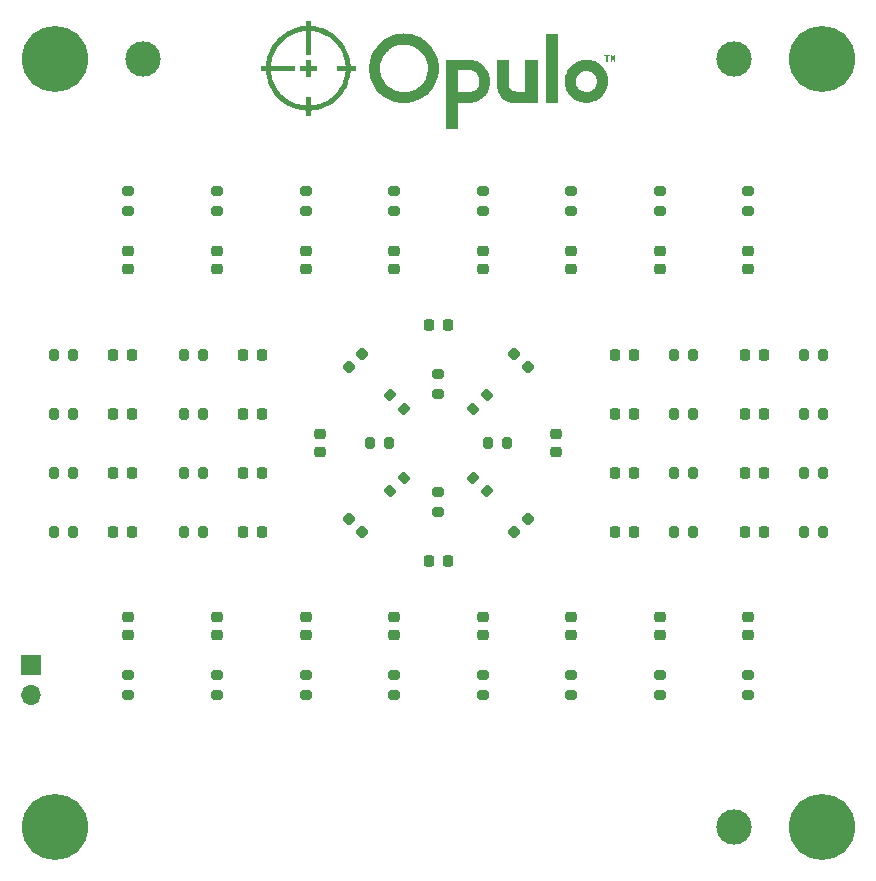
<source format=gbr>
%TF.GenerationSoftware,KiCad,Pcbnew,9.0.1*%
%TF.CreationDate,2025-07-10T12:35:04-04:00*%
%TF.ProjectId,ftp,6674702e-6b69-4636-9164-5f7063625858,rev?*%
%TF.SameCoordinates,Original*%
%TF.FileFunction,Soldermask,Top*%
%TF.FilePolarity,Negative*%
%FSLAX46Y46*%
G04 Gerber Fmt 4.6, Leading zero omitted, Abs format (unit mm)*
G04 Created by KiCad (PCBNEW 9.0.1) date 2025-07-10 12:35:04*
%MOMM*%
%LPD*%
G01*
G04 APERTURE LIST*
G04 Aperture macros list*
%AMRoundRect*
0 Rectangle with rounded corners*
0 $1 Rounding radius*
0 $2 $3 $4 $5 $6 $7 $8 $9 X,Y pos of 4 corners*
0 Add a 4 corners polygon primitive as box body*
4,1,4,$2,$3,$4,$5,$6,$7,$8,$9,$2,$3,0*
0 Add four circle primitives for the rounded corners*
1,1,$1+$1,$2,$3*
1,1,$1+$1,$4,$5*
1,1,$1+$1,$6,$7*
1,1,$1+$1,$8,$9*
0 Add four rect primitives between the rounded corners*
20,1,$1+$1,$2,$3,$4,$5,0*
20,1,$1+$1,$4,$5,$6,$7,0*
20,1,$1+$1,$6,$7,$8,$9,0*
20,1,$1+$1,$8,$9,$2,$3,0*%
G04 Aperture macros list end*
%ADD10C,0.000000*%
%ADD11RoundRect,0.218750X0.256250X-0.218750X0.256250X0.218750X-0.256250X0.218750X-0.256250X-0.218750X0*%
%ADD12RoundRect,0.200000X-0.200000X-0.275000X0.200000X-0.275000X0.200000X0.275000X-0.200000X0.275000X0*%
%ADD13RoundRect,0.200000X0.200000X0.275000X-0.200000X0.275000X-0.200000X-0.275000X0.200000X-0.275000X0*%
%ADD14RoundRect,0.218750X-0.218750X-0.256250X0.218750X-0.256250X0.218750X0.256250X-0.218750X0.256250X0*%
%ADD15RoundRect,0.200000X0.053033X-0.335876X0.335876X-0.053033X-0.053033X0.335876X-0.335876X0.053033X0*%
%ADD16RoundRect,0.218750X-0.335876X-0.026517X-0.026517X-0.335876X0.335876X0.026517X0.026517X0.335876X0*%
%ADD17RoundRect,0.200000X0.275000X-0.200000X0.275000X0.200000X-0.275000X0.200000X-0.275000X-0.200000X0*%
%ADD18RoundRect,0.218750X0.218750X0.256250X-0.218750X0.256250X-0.218750X-0.256250X0.218750X-0.256250X0*%
%ADD19RoundRect,0.218750X0.026517X-0.335876X0.335876X-0.026517X-0.026517X0.335876X-0.335876X0.026517X0*%
%ADD20RoundRect,0.200000X-0.275000X0.200000X-0.275000X-0.200000X0.275000X-0.200000X0.275000X0.200000X0*%
%ADD21C,5.600000*%
%ADD22RoundRect,0.218750X-0.256250X0.218750X-0.256250X-0.218750X0.256250X-0.218750X0.256250X0.218750X0*%
%ADD23RoundRect,0.218750X0.335876X0.026517X0.026517X0.335876X-0.335876X-0.026517X-0.026517X-0.335876X0*%
%ADD24R,1.700000X1.700000*%
%ADD25O,1.700000X1.700000*%
%ADD26RoundRect,0.200000X-0.053033X0.335876X-0.335876X0.053033X0.053033X-0.335876X0.335876X-0.053033X0*%
%ADD27RoundRect,0.200000X-0.335876X-0.053033X-0.053033X-0.335876X0.335876X0.053033X0.053033X0.335876X0*%
%ADD28C,3.000000*%
%ADD29RoundRect,0.200000X0.335876X0.053033X0.053033X0.335876X-0.335876X-0.053033X-0.053033X-0.335876X0*%
%ADD30RoundRect,0.218750X-0.026517X0.335876X-0.335876X0.026517X0.026517X-0.335876X0.335876X-0.026517X0*%
G04 APERTURE END LIST*
D10*
%TO.C,G1*%
G36*
X47614691Y66311280D02*
G01*
X46575236Y66311280D01*
X46575236Y72168205D01*
X47614691Y72168205D01*
X47614691Y66311280D01*
G37*
G36*
X52005719Y70235886D02*
G01*
X51832477Y70235886D01*
X51832477Y69749475D01*
X51725866Y69749475D01*
X51725866Y70235886D01*
X51545960Y70235886D01*
X51545960Y70322508D01*
X52005719Y70322508D01*
X52005719Y70235886D01*
G37*
G36*
X26699003Y69449633D02*
G01*
X27205404Y69449633D01*
X27205404Y69023190D01*
X26699003Y69023190D01*
X26699003Y68523452D01*
X26272561Y68523452D01*
X26272561Y69023190D01*
X25772823Y69023190D01*
X25772823Y69449633D01*
X26272561Y69449633D01*
X26272561Y69956033D01*
X26699003Y69956033D01*
X26699003Y69449633D01*
G37*
G36*
X52234853Y70219229D02*
G01*
X52243725Y70184286D01*
X52251800Y70154401D01*
X52258449Y70131747D01*
X52263047Y70118499D01*
X52264620Y70115960D01*
X52267782Y70122033D01*
X52273760Y70138814D01*
X52281860Y70164156D01*
X52291385Y70195912D01*
X52298086Y70219239D01*
X52327258Y70322508D01*
X52465478Y70322508D01*
X52465478Y69756138D01*
X52364414Y69756138D01*
X52366638Y69972365D01*
X52367060Y70024266D01*
X52367230Y70071413D01*
X52367157Y70112284D01*
X52366854Y70145359D01*
X52366333Y70169117D01*
X52365604Y70182037D01*
X52365039Y70183921D01*
X52361989Y70176333D01*
X52355821Y70158063D01*
X52347209Y70131203D01*
X52336822Y70097848D01*
X52325600Y70060978D01*
X52289984Y69942707D01*
X52239494Y69942707D01*
X52226237Y69987683D01*
X52218446Y70014705D01*
X52208835Y70048878D01*
X52199011Y70084472D01*
X52194984Y70099292D01*
X52187080Y70127526D01*
X52180024Y70150876D01*
X52174741Y70166377D01*
X52172588Y70170977D01*
X52171602Y70165846D01*
X52170873Y70148930D01*
X52170412Y70121765D01*
X52170230Y70085892D01*
X52170337Y70042847D01*
X52170746Y69994169D01*
X52171097Y69966084D01*
X52174005Y69756138D01*
X52072351Y69756138D01*
X52072351Y70322508D01*
X52209381Y70322508D01*
X52234853Y70219229D01*
G37*
G36*
X43483565Y68891592D02*
G01*
X43483571Y68748019D01*
X43483590Y68617125D01*
X43483638Y68498263D01*
X43483735Y68390787D01*
X43483896Y68294048D01*
X43484140Y68207400D01*
X43484485Y68130196D01*
X43484947Y68061788D01*
X43485545Y68001530D01*
X43486295Y67948774D01*
X43487217Y67902874D01*
X43488326Y67863182D01*
X43489641Y67829050D01*
X43491179Y67799833D01*
X43492958Y67774883D01*
X43494995Y67753553D01*
X43497308Y67735195D01*
X43499914Y67719163D01*
X43502832Y67704809D01*
X43506078Y67691487D01*
X43509670Y67678549D01*
X43513625Y67665348D01*
X43517142Y67653909D01*
X43544200Y67584395D01*
X43580573Y67519529D01*
X43624505Y67461982D01*
X43674239Y67414424D01*
X43675147Y67413700D01*
X43710113Y67389443D01*
X43754191Y67364242D01*
X43803473Y67340007D01*
X43854053Y67318643D01*
X43902023Y67302058D01*
X43906637Y67300704D01*
X43953850Y67288020D01*
X44001679Y67277172D01*
X44051531Y67268034D01*
X44104817Y67260482D01*
X44162946Y67254392D01*
X44227326Y67249639D01*
X44299368Y67246098D01*
X44380480Y67243645D01*
X44472071Y67242155D01*
X44575551Y67241503D01*
X44576286Y67241501D01*
X44866134Y67240792D01*
X44867815Y68598413D01*
X44869497Y69956033D01*
X45895593Y69956033D01*
X45895593Y66311280D01*
X44814494Y66312144D01*
X44694650Y66312275D01*
X44577921Y66312471D01*
X44465049Y66312727D01*
X44356780Y66313039D01*
X44253856Y66313404D01*
X44157024Y66313815D01*
X44067026Y66314270D01*
X43984606Y66314764D01*
X43910510Y66315292D01*
X43845481Y66315850D01*
X43790263Y66316433D01*
X43745600Y66317038D01*
X43712237Y66317660D01*
X43690917Y66318295D01*
X43683421Y66318760D01*
X43573783Y66336479D01*
X43462985Y66364054D01*
X43354099Y66400408D01*
X43250195Y66444465D01*
X43154346Y66495148D01*
X43120581Y66515982D01*
X43019164Y66589240D01*
X42924988Y66673286D01*
X42838476Y66767455D01*
X42760050Y66871085D01*
X42690132Y66983513D01*
X42629145Y67104076D01*
X42577512Y67232111D01*
X42535654Y67366956D01*
X42510731Y67473133D01*
X42506252Y67494949D01*
X42502161Y67514839D01*
X42498440Y67533463D01*
X42495069Y67551479D01*
X42492031Y67569546D01*
X42489306Y67588322D01*
X42486875Y67608467D01*
X42484721Y67630639D01*
X42482824Y67655497D01*
X42481166Y67683701D01*
X42479728Y67715907D01*
X42478491Y67752776D01*
X42477437Y67794967D01*
X42476547Y67843137D01*
X42475802Y67897946D01*
X42475184Y67960052D01*
X42474674Y68030115D01*
X42474254Y68108793D01*
X42473904Y68196745D01*
X42473607Y68294629D01*
X42473342Y68403105D01*
X42473093Y68522831D01*
X42472839Y68654466D01*
X42472563Y68798669D01*
X42472518Y68821629D01*
X42470288Y69956033D01*
X43483526Y69956033D01*
X43483565Y68891592D01*
G37*
G36*
X39230431Y69956017D02*
G01*
X39356730Y69955958D01*
X39471153Y69955841D01*
X39574425Y69955653D01*
X39667270Y69955380D01*
X39750415Y69955006D01*
X39824583Y69954517D01*
X39890501Y69953899D01*
X39948892Y69953137D01*
X40000483Y69952218D01*
X40045997Y69951126D01*
X40086161Y69949848D01*
X40121699Y69948368D01*
X40153336Y69946673D01*
X40181797Y69944748D01*
X40207807Y69942578D01*
X40232092Y69940150D01*
X40255376Y69937449D01*
X40278385Y69934460D01*
X40295200Y69932120D01*
X40456511Y69903232D01*
X40610999Y69863509D01*
X40758339Y69813144D01*
X40898210Y69752332D01*
X41030289Y69681267D01*
X41154252Y69600143D01*
X41269778Y69509154D01*
X41376542Y69408496D01*
X41474223Y69298361D01*
X41562498Y69178944D01*
X41573024Y69163116D01*
X41624719Y69077339D01*
X41673999Y68981919D01*
X41719331Y68880510D01*
X41759182Y68776767D01*
X41792019Y68674343D01*
X41813483Y68590084D01*
X41841205Y68434620D01*
X41856903Y68276018D01*
X41860695Y68115811D01*
X41852699Y67955529D01*
X41833033Y67796704D01*
X41801814Y67640867D01*
X41759160Y67489551D01*
X41720780Y67382597D01*
X41658929Y67242736D01*
X41587019Y67111391D01*
X41505408Y66988876D01*
X41414457Y66875507D01*
X41314524Y66771598D01*
X41205968Y66677465D01*
X41089149Y66593423D01*
X40964426Y66519787D01*
X40832158Y66456871D01*
X40692704Y66404992D01*
X40565058Y66368896D01*
X40524351Y66359183D01*
X40486239Y66350619D01*
X40449617Y66343134D01*
X40413380Y66336655D01*
X40376425Y66331110D01*
X40337646Y66326428D01*
X40295940Y66322537D01*
X40250201Y66319366D01*
X40199326Y66316843D01*
X40142209Y66314896D01*
X40077746Y66313454D01*
X40004833Y66312445D01*
X39922366Y66311796D01*
X39829239Y66311438D01*
X39724348Y66311297D01*
X39677191Y66311286D01*
X39172456Y66311280D01*
X39172456Y64119097D01*
X38133001Y64119097D01*
X38133001Y67223163D01*
X39172409Y67223163D01*
X39630525Y67226044D01*
X39740895Y67226863D01*
X39838132Y67227847D01*
X39922209Y67228997D01*
X39993097Y67230312D01*
X40050768Y67231791D01*
X40095193Y67233434D01*
X40126345Y67235240D01*
X40141947Y67236839D01*
X40267369Y67260285D01*
X40382272Y67291867D01*
X40486757Y67331669D01*
X40580925Y67379775D01*
X40664877Y67436271D01*
X40738713Y67501240D01*
X40802533Y67574767D01*
X40856439Y67656936D01*
X40900532Y67747832D01*
X40934911Y67847540D01*
X40951931Y67916333D01*
X40959013Y67959083D01*
X40964543Y68011612D01*
X40968396Y68070450D01*
X40970446Y68132125D01*
X40970567Y68193166D01*
X40968634Y68250104D01*
X40965485Y68290742D01*
X40949086Y68404548D01*
X40924335Y68508328D01*
X40890995Y68602625D01*
X40848830Y68687983D01*
X40797604Y68764946D01*
X40737080Y68834057D01*
X40723299Y68847498D01*
X40657384Y68903204D01*
X40584844Y68951038D01*
X40504573Y68991482D01*
X40415469Y69025017D01*
X40316427Y69052126D01*
X40206343Y69073289D01*
X40205247Y69073462D01*
X40182106Y69076100D01*
X40147107Y69078715D01*
X40101720Y69081271D01*
X40047413Y69083729D01*
X39985655Y69086052D01*
X39917915Y69088203D01*
X39845661Y69090145D01*
X39770362Y69091838D01*
X39693488Y69093247D01*
X39616507Y69094333D01*
X39540888Y69095059D01*
X39468099Y69095388D01*
X39399610Y69095281D01*
X39362356Y69095005D01*
X39175787Y69093153D01*
X39172409Y67223163D01*
X38133001Y67223163D01*
X38133001Y69956033D01*
X39091530Y69956033D01*
X39230431Y69956017D01*
G37*
G36*
X50070845Y69954458D02*
G01*
X50136626Y69952860D01*
X50198733Y69949918D01*
X50254038Y69945676D01*
X50299415Y69940180D01*
X50302101Y69939756D01*
X50459321Y69907981D01*
X50610928Y69864245D01*
X50756621Y69808697D01*
X50896103Y69741490D01*
X51029075Y69662772D01*
X51155240Y69572696D01*
X51274299Y69471411D01*
X51324627Y69423065D01*
X51429276Y69309507D01*
X51523053Y69188419D01*
X51605725Y69060299D01*
X51677057Y68925646D01*
X51736815Y68784956D01*
X51784765Y68638727D01*
X51820672Y68487459D01*
X51844302Y68331648D01*
X51846101Y68314657D01*
X51849585Y68266832D01*
X51851514Y68209948D01*
X51851970Y68147077D01*
X51851035Y68081292D01*
X51848793Y68015666D01*
X51845327Y67953270D01*
X51840718Y67897178D01*
X51835049Y67850461D01*
X51833318Y67839677D01*
X51800034Y67683435D01*
X51754910Y67533267D01*
X51697974Y67389235D01*
X51629256Y67251401D01*
X51548783Y67119826D01*
X51456585Y66994572D01*
X51415346Y66944994D01*
X51308258Y66830561D01*
X51193466Y66726963D01*
X51071186Y66634319D01*
X50941635Y66552747D01*
X50805032Y66482366D01*
X50661593Y66423295D01*
X50511535Y66375653D01*
X50355076Y66339559D01*
X50286622Y66327733D01*
X50246492Y66322904D01*
X50196097Y66319050D01*
X50138467Y66316211D01*
X50076631Y66314429D01*
X50013618Y66313744D01*
X49952456Y66314197D01*
X49896175Y66315829D01*
X49847805Y66318682D01*
X49820200Y66321436D01*
X49662962Y66347564D01*
X49510796Y66386014D01*
X49363682Y66436795D01*
X49221598Y66499913D01*
X49084525Y66575377D01*
X49016607Y66618575D01*
X48891450Y66709814D01*
X48775255Y66810613D01*
X48668478Y66920306D01*
X48571578Y67038224D01*
X48485012Y67163697D01*
X48409238Y67296058D01*
X48344714Y67434639D01*
X48291896Y67578770D01*
X48251244Y67727784D01*
X48248392Y67740530D01*
X48237315Y67793055D01*
X48228607Y67840269D01*
X48222001Y67885006D01*
X48217229Y67930101D01*
X48214027Y67978388D01*
X48212128Y68032700D01*
X48211265Y68095873D01*
X48211156Y68130325D01*
X49132279Y68130325D01*
X49138613Y68019410D01*
X49157516Y67912827D01*
X49188844Y67810925D01*
X49232451Y67714052D01*
X49288191Y67622555D01*
X49355919Y67536781D01*
X49400393Y67490032D01*
X49481999Y67418887D01*
X49570898Y67358745D01*
X49666526Y67309844D01*
X49768321Y67272424D01*
X49875719Y67246722D01*
X49988155Y67232977D01*
X50010100Y67231735D01*
X50024978Y67231973D01*
X50049334Y67233348D01*
X50079390Y67235617D01*
X50102259Y67237652D01*
X50212775Y67254323D01*
X50317144Y67282813D01*
X50415452Y67323163D01*
X50507783Y67375412D01*
X50594223Y67439600D01*
X50658575Y67498953D01*
X50730086Y67580099D01*
X50790172Y67666988D01*
X50838851Y67758614D01*
X50876140Y67853970D01*
X50902058Y67952049D01*
X50916623Y68051843D01*
X50919851Y68152348D01*
X50911760Y68252554D01*
X50892369Y68351457D01*
X50861695Y68448048D01*
X50819755Y68541321D01*
X50766568Y68630270D01*
X50702151Y68713886D01*
X50635995Y68782441D01*
X50552054Y68851827D01*
X50460704Y68910156D01*
X50362071Y68957364D01*
X50256279Y68993386D01*
X50199650Y69007420D01*
X50154033Y69014671D01*
X50099256Y69019075D01*
X50039167Y69020668D01*
X49977618Y69019484D01*
X49918459Y69015558D01*
X49865539Y69008924D01*
X49840730Y69004188D01*
X49733575Y68973878D01*
X49632915Y68932253D01*
X49539389Y68879884D01*
X49453630Y68817343D01*
X49376277Y68745199D01*
X49307965Y68664024D01*
X49249331Y68574389D01*
X49201010Y68476862D01*
X49174453Y68406586D01*
X49151990Y68325898D01*
X49138216Y68243139D01*
X49132515Y68154280D01*
X49132279Y68130325D01*
X48211156Y68130325D01*
X48211135Y68136988D01*
X48211505Y68209021D01*
X48212905Y68270590D01*
X48215655Y68324536D01*
X48220075Y68373702D01*
X48226486Y68420931D01*
X48235208Y68469065D01*
X48246560Y68520948D01*
X48260863Y68579421D01*
X48261033Y68580089D01*
X48305591Y68728991D01*
X48362458Y68873297D01*
X48431165Y69012168D01*
X48511247Y69144766D01*
X48602236Y69270252D01*
X48703667Y69387789D01*
X48720532Y69405489D01*
X48833106Y69512691D01*
X48952901Y69608741D01*
X49079646Y69693507D01*
X49213067Y69766855D01*
X49352892Y69828655D01*
X49498849Y69878772D01*
X49650665Y69917076D01*
X49808066Y69943432D01*
X49833526Y69946506D01*
X49882731Y69950735D01*
X49940770Y69953441D01*
X50004518Y69954666D01*
X50070845Y69954458D01*
G37*
G36*
X34637728Y72177647D02*
G01*
X34705143Y72176192D01*
X34767848Y72173967D01*
X34823267Y72170987D01*
X34868829Y72167266D01*
X34881375Y72165864D01*
X35063614Y72139196D01*
X35237081Y72104420D01*
X35404075Y72060844D01*
X35566896Y72007776D01*
X35727843Y71944526D01*
X35889216Y71870402D01*
X35927492Y71851308D01*
X36101893Y71755776D01*
X36268435Y71649840D01*
X36426700Y71533916D01*
X36576273Y71408421D01*
X36716735Y71273771D01*
X36847671Y71130381D01*
X36968664Y70978670D01*
X37079297Y70819052D01*
X37179152Y70651943D01*
X37234986Y70545723D01*
X37316110Y70368545D01*
X37384913Y70187110D01*
X37441395Y70002126D01*
X37485554Y69814301D01*
X37517392Y69624345D01*
X37536906Y69432966D01*
X37544098Y69240874D01*
X37538967Y69048778D01*
X37521513Y68857386D01*
X37491735Y68667407D01*
X37449634Y68479550D01*
X37395208Y68294524D01*
X37328458Y68113039D01*
X37249384Y67935802D01*
X37235920Y67908548D01*
X37143970Y67739577D01*
X37041291Y67578014D01*
X36928455Y67424205D01*
X36806033Y67278498D01*
X36674597Y67141238D01*
X36534720Y67012772D01*
X36386973Y66893445D01*
X36231928Y66783606D01*
X36070157Y66683598D01*
X35902232Y66593770D01*
X35728725Y66514468D01*
X35550209Y66446037D01*
X35367254Y66388824D01*
X35180432Y66343176D01*
X34990317Y66309439D01*
X34797479Y66287958D01*
X34602491Y66279082D01*
X34544885Y66278919D01*
X34497857Y66279518D01*
X34449611Y66280611D01*
X34403909Y66282078D01*
X34364509Y66283803D01*
X34338327Y66285417D01*
X34147436Y66306575D01*
X33958854Y66340711D01*
X33773156Y66387588D01*
X33590920Y66446970D01*
X33412721Y66518621D01*
X33239137Y66602305D01*
X33070743Y66697785D01*
X32908117Y66804826D01*
X32751835Y66923192D01*
X32722950Y66946906D01*
X32641302Y67017684D01*
X32557043Y67096057D01*
X32473044Y67179110D01*
X32392175Y67263927D01*
X32317307Y67347594D01*
X32256473Y67420698D01*
X32145163Y67570804D01*
X32044193Y67728990D01*
X31953834Y67894607D01*
X31874355Y68067008D01*
X31806024Y68245546D01*
X31749111Y68429573D01*
X31703886Y68618442D01*
X31670618Y68811505D01*
X31667056Y68837867D01*
X31651196Y68996918D01*
X31644000Y69162570D01*
X31644955Y69276390D01*
X32572856Y69276390D01*
X32579242Y69099571D01*
X32597756Y68927524D01*
X32628311Y68760516D01*
X32670823Y68598813D01*
X32725208Y68442684D01*
X32791381Y68292394D01*
X32869256Y68148211D01*
X32958749Y68010401D01*
X32987799Y67970409D01*
X33022484Y67926880D01*
X33065399Y67877812D01*
X33114101Y67825647D01*
X33166147Y67772825D01*
X33219095Y67721789D01*
X33270501Y67674979D01*
X33317924Y67634838D01*
X33343406Y67615001D01*
X33478035Y67522690D01*
X33618505Y67442356D01*
X33764811Y67374001D01*
X33916946Y67317627D01*
X34074904Y67273236D01*
X34238679Y67240831D01*
X34408264Y67220414D01*
X34488248Y67215047D01*
X34521307Y67214206D01*
X34564064Y67214355D01*
X34612938Y67215378D01*
X34664346Y67217159D01*
X34714707Y67219585D01*
X34760438Y67222540D01*
X34784759Y67224574D01*
X34891417Y67237917D01*
X35003915Y67258111D01*
X35117388Y67284073D01*
X35226969Y67314717D01*
X35304486Y67340410D01*
X35404440Y67380136D01*
X35508460Y67428793D01*
X35612980Y67484392D01*
X35714433Y67544941D01*
X35809253Y67608448D01*
X35879961Y67661662D01*
X35922909Y67697940D01*
X35971011Y67741890D01*
X36021382Y67790618D01*
X36071138Y67841229D01*
X36117394Y67890828D01*
X36157266Y67936521D01*
X36172430Y67955131D01*
X36265484Y68083197D01*
X36347917Y68218906D01*
X36419462Y68361511D01*
X36479853Y68510262D01*
X36528823Y68664414D01*
X36566104Y68823216D01*
X36591429Y68985923D01*
X36604531Y69151787D01*
X36605088Y69166448D01*
X36604179Y69327744D01*
X36590459Y69486663D01*
X36564328Y69642601D01*
X36526183Y69794952D01*
X36476422Y69943112D01*
X36415443Y70086475D01*
X36343644Y70224436D01*
X36261424Y70356390D01*
X36169179Y70481732D01*
X36067309Y70599857D01*
X35956211Y70710159D01*
X35836284Y70812034D01*
X35707925Y70904876D01*
X35571532Y70988080D01*
X35427504Y71061042D01*
X35331944Y71101907D01*
X35179842Y71155353D01*
X35024346Y71196185D01*
X34866320Y71224415D01*
X34706630Y71240055D01*
X34546139Y71243118D01*
X34385712Y71233618D01*
X34226213Y71211567D01*
X34068507Y71176978D01*
X33913458Y71129864D01*
X33781952Y71078932D01*
X33700348Y71040946D01*
X33613690Y70995087D01*
X33525639Y70943558D01*
X33439859Y70888566D01*
X33360012Y70832315D01*
X33315530Y70798124D01*
X33281071Y70768993D01*
X33240436Y70732018D01*
X33195993Y70689584D01*
X33150108Y70644074D01*
X33105150Y70597873D01*
X33063486Y70553365D01*
X33027483Y70512934D01*
X33002882Y70483277D01*
X32905134Y70349065D01*
X32819527Y70209364D01*
X32746056Y70064159D01*
X32684715Y69913438D01*
X32635498Y69757187D01*
X32598399Y69595391D01*
X32588084Y69536254D01*
X32582912Y69502146D01*
X32579016Y69471084D01*
X32576232Y69440234D01*
X32574393Y69406764D01*
X32573333Y69367840D01*
X32572886Y69320629D01*
X32572856Y69276390D01*
X31644955Y69276390D01*
X31645416Y69331345D01*
X31655391Y69499765D01*
X31673873Y69664350D01*
X31680078Y69706165D01*
X31716512Y69897190D01*
X31765456Y70084918D01*
X31826567Y70268566D01*
X31899504Y70447355D01*
X31983926Y70620502D01*
X32079491Y70787228D01*
X32185857Y70946750D01*
X32273253Y71062119D01*
X32305673Y71100802D01*
X32346193Y71146204D01*
X32392842Y71196322D01*
X32443646Y71249151D01*
X32496633Y71302688D01*
X32549828Y71354928D01*
X32601260Y71403866D01*
X32648955Y71447500D01*
X32675866Y71471080D01*
X32833349Y71597952D01*
X32995577Y71712378D01*
X33162659Y71814404D01*
X33334701Y71904077D01*
X33511810Y71981443D01*
X33694093Y72046550D01*
X33881656Y72099444D01*
X34074607Y72140171D01*
X34273052Y72168778D01*
X34278358Y72169368D01*
X34320017Y72172848D01*
X34372401Y72175468D01*
X34432936Y72177242D01*
X34499051Y72178187D01*
X34568172Y72178317D01*
X34637728Y72177647D01*
G37*
G36*
X26699003Y72822155D02*
G01*
X26733985Y72818646D01*
X26804721Y72811473D01*
X26864139Y72805256D01*
X26914194Y72799761D01*
X26956842Y72794753D01*
X26994037Y72789998D01*
X27027734Y72785260D01*
X27059890Y72780306D01*
X27077569Y72777413D01*
X27290216Y72735321D01*
X27498955Y72680711D01*
X27703272Y72613911D01*
X27902653Y72535251D01*
X28096582Y72445059D01*
X28284544Y72343666D01*
X28466026Y72231398D01*
X28640511Y72108587D01*
X28807487Y71975560D01*
X28966437Y71832647D01*
X29116847Y71680177D01*
X29258202Y71518479D01*
X29389988Y71347881D01*
X29451902Y71259686D01*
X29513215Y71166904D01*
X29568587Y71077338D01*
X29620551Y70986619D01*
X29671641Y70890380D01*
X29707490Y70818914D01*
X29795673Y70626519D01*
X29871098Y70433594D01*
X29934287Y70238477D01*
X29985762Y70039504D01*
X30026043Y69835014D01*
X30036455Y69769465D01*
X30040306Y69741828D01*
X30044779Y69706551D01*
X30049600Y69666160D01*
X30054497Y69623179D01*
X30059194Y69580133D01*
X30063418Y69539548D01*
X30066895Y69503949D01*
X30069351Y69475861D01*
X30070511Y69457809D01*
X30070567Y69455047D01*
X30076971Y69453751D01*
X30095149Y69452567D01*
X30123547Y69451532D01*
X30160612Y69450684D01*
X30204792Y69450063D01*
X30254534Y69449705D01*
X30290452Y69449633D01*
X30510336Y69449633D01*
X30510336Y69023190D01*
X30290452Y69023190D01*
X30237835Y69023027D01*
X30189732Y69022564D01*
X30147696Y69021842D01*
X30113280Y69020899D01*
X30088037Y69019776D01*
X30073520Y69018510D01*
X30070567Y69017597D01*
X30069795Y69003142D01*
X30067660Y68977961D01*
X30064434Y68944555D01*
X30060389Y68905423D01*
X30055798Y68863066D01*
X30050932Y68819984D01*
X30046063Y68778675D01*
X30041463Y68741642D01*
X30037405Y68711383D01*
X30036759Y68706891D01*
X29999535Y68497360D01*
X29949379Y68289946D01*
X29886621Y68085433D01*
X29811588Y67884605D01*
X29724609Y67688245D01*
X29626013Y67497137D01*
X29516127Y67312064D01*
X29395280Y67133811D01*
X29354446Y67078469D01*
X29245636Y66941931D01*
X29126409Y66806949D01*
X28999269Y66676021D01*
X28866720Y66551645D01*
X28731265Y66436320D01*
X28637986Y66363752D01*
X28464082Y66241725D01*
X28283234Y66130182D01*
X28096325Y66029462D01*
X27904235Y65939907D01*
X27707847Y65861857D01*
X27508041Y65795652D01*
X27305698Y65741633D01*
X27101701Y65700140D01*
X26896930Y65671514D01*
X26828935Y65664915D01*
X26794252Y65661819D01*
X26762531Y65658804D01*
X26737124Y65656198D01*
X26721384Y65654335D01*
X26720659Y65654230D01*
X26699003Y65651022D01*
X26699003Y65218520D01*
X26272561Y65218520D01*
X26272561Y65651372D01*
X26257569Y65654439D01*
X26244293Y65656251D01*
X26221753Y65658451D01*
X26193988Y65660661D01*
X26182608Y65661445D01*
X26142550Y65664800D01*
X26093043Y65670063D01*
X26037747Y65676758D01*
X25980324Y65684405D01*
X25924435Y65692528D01*
X25873741Y65700648D01*
X25849666Y65704892D01*
X25638961Y65749757D01*
X25434559Y65805913D01*
X25234954Y65873853D01*
X25038641Y65954068D01*
X24923269Y66007586D01*
X24849624Y66043933D01*
X24783604Y66078124D01*
X24721809Y66112111D01*
X24660836Y66147846D01*
X24597285Y66187281D01*
X24527753Y66232367D01*
X24503489Y66248436D01*
X24394001Y66323465D01*
X24293875Y66397032D01*
X24199815Y66471835D01*
X24108524Y66550572D01*
X24016703Y66635941D01*
X23950446Y66700992D01*
X23854768Y66799646D01*
X23768113Y66895413D01*
X23687728Y66991646D01*
X23610860Y67091694D01*
X23534757Y67198909D01*
X23504198Y67244124D01*
X23387514Y67430424D01*
X23283515Y67620708D01*
X23192076Y67815299D01*
X23113068Y68014515D01*
X23046366Y68218679D01*
X22991842Y68428112D01*
X22949369Y68643134D01*
X22948217Y68650052D01*
X22940075Y68701836D01*
X22932242Y68756487D01*
X22925007Y68811523D01*
X22918663Y68864460D01*
X22913499Y68912816D01*
X22909807Y68954108D01*
X22907876Y68985852D01*
X22907660Y68996348D01*
X22907660Y69023190D01*
X23332382Y69023190D01*
X23337040Y68968219D01*
X23360719Y68766656D01*
X23397163Y68568119D01*
X23446044Y68373160D01*
X23507034Y68182333D01*
X23579805Y67996192D01*
X23664031Y67815289D01*
X23759384Y67640178D01*
X23865536Y67471413D01*
X23982161Y67309547D01*
X24108930Y67155134D01*
X24245516Y67008726D01*
X24391592Y66870878D01*
X24546831Y66742142D01*
X24710904Y66623073D01*
X24733369Y66607999D01*
X24910113Y66498209D01*
X25091003Y66401082D01*
X25276073Y66316605D01*
X25465356Y66244767D01*
X25658885Y66185553D01*
X25856694Y66138952D01*
X26058163Y66105040D01*
X26104137Y66098836D01*
X26139370Y66094219D01*
X26166319Y66090925D01*
X26187442Y66088691D01*
X26205194Y66087254D01*
X26222034Y66086349D01*
X26237579Y66085799D01*
X26272561Y66084732D01*
X26272561Y66791028D01*
X26699003Y66791028D01*
X26699003Y66082820D01*
X26760638Y66087422D01*
X26928736Y66105613D01*
X27100664Y66135066D01*
X27274221Y66175159D01*
X27447201Y66225272D01*
X27617403Y66284786D01*
X27782622Y66353079D01*
X27898105Y66407761D01*
X28078123Y66505226D01*
X28250314Y66613186D01*
X28414317Y66731167D01*
X28569770Y66858692D01*
X28716312Y66995287D01*
X28853581Y67140475D01*
X28981214Y67293781D01*
X29098850Y67454730D01*
X29206127Y67622846D01*
X29302683Y67797654D01*
X29388157Y67978678D01*
X29462187Y68165443D01*
X29524411Y68357473D01*
X29574466Y68554293D01*
X29590560Y68631985D01*
X29601250Y68691527D01*
X29612023Y68759521D01*
X29622200Y68831110D01*
X29631105Y68901442D01*
X29638060Y68965661D01*
X29639828Y68984876D01*
X29643161Y69023190D01*
X28931165Y69023190D01*
X28931165Y69449633D01*
X29643496Y69449633D01*
X29640068Y69484614D01*
X29622782Y69637130D01*
X29601590Y69779382D01*
X29575872Y69914020D01*
X29545013Y70043694D01*
X29508393Y70171055D01*
X29465395Y70298752D01*
X29426176Y70402466D01*
X29345571Y70588373D01*
X29253136Y70768504D01*
X29149309Y70942289D01*
X29034528Y71109160D01*
X28909229Y71268548D01*
X28773850Y71419883D01*
X28628828Y71562598D01*
X28474601Y71696121D01*
X28368435Y71778598D01*
X28203669Y71892862D01*
X28031308Y71996467D01*
X27852233Y72089039D01*
X27667327Y72170202D01*
X27477470Y72239581D01*
X27283544Y72296802D01*
X27086431Y72341489D01*
X27015504Y72354327D01*
X26969368Y72361678D01*
X26920252Y72368734D01*
X26870936Y72375165D01*
X26824198Y72380641D01*
X26782818Y72384832D01*
X26749576Y72387411D01*
X26730694Y72388090D01*
X26699003Y72388090D01*
X26699003Y70389139D01*
X26272561Y70389139D01*
X26272561Y72390057D01*
X26207595Y72385509D01*
X26128219Y72378046D01*
X26039910Y72366393D01*
X25946165Y72351172D01*
X25850479Y72333003D01*
X25756348Y72312506D01*
X25667266Y72290302D01*
X25659542Y72288221D01*
X25465153Y72228623D01*
X25274768Y72156479D01*
X25089183Y72072178D01*
X24909196Y71976111D01*
X24735604Y71868666D01*
X24590111Y71766019D01*
X24476439Y71675851D01*
X24362142Y71575522D01*
X24249956Y71467767D01*
X24142615Y71355323D01*
X24042856Y71240923D01*
X23959461Y71135414D01*
X23840947Y70966225D01*
X23734338Y70791111D01*
X23639743Y70610353D01*
X23557274Y70424235D01*
X23487044Y70233039D01*
X23429163Y70037048D01*
X23383742Y69836544D01*
X23350895Y69631811D01*
X23344239Y69576233D01*
X23340508Y69541416D01*
X23337399Y69509957D01*
X23335199Y69484958D01*
X23334198Y69469520D01*
X23334167Y69467956D01*
X23334103Y69449633D01*
X25333054Y69449633D01*
X25333054Y69023190D01*
X23332382Y69023190D01*
X22907660Y69023190D01*
X22467891Y69023190D01*
X22467891Y69449633D01*
X22904976Y69449633D01*
X22912966Y69546189D01*
X22936747Y69754734D01*
X22973450Y69963390D01*
X23022759Y70170762D01*
X23084354Y70375458D01*
X23134358Y70515740D01*
X23217191Y70715162D01*
X23311565Y70908309D01*
X23417047Y71094754D01*
X23533205Y71274074D01*
X23659607Y71445844D01*
X23795819Y71609640D01*
X23941410Y71765036D01*
X24095947Y71911609D01*
X24258998Y72048933D01*
X24430130Y72176585D01*
X24608912Y72294139D01*
X24794910Y72401171D01*
X24987693Y72497257D01*
X25186828Y72581972D01*
X25270683Y72613491D01*
X25416314Y72662087D01*
X25569077Y72705446D01*
X25725286Y72742736D01*
X25881254Y72773124D01*
X26033296Y72795778D01*
X26119230Y72805138D01*
X26157828Y72808792D01*
X26193281Y72812282D01*
X26222796Y72815322D01*
X26243580Y72817629D01*
X26250905Y72818573D01*
X26272561Y72821800D01*
X26272561Y73254302D01*
X26699003Y73254302D01*
X26699003Y72822155D01*
G37*
%TD*%
D11*
%TO.C,D34*%
X56250000Y52212500D03*
X56250000Y53787500D03*
%TD*%
D12*
%TO.C,R16*%
X4925000Y30000000D03*
X6575000Y30000000D03*
%TD*%
D13*
%TO.C,R29*%
X70075000Y30000000D03*
X68425000Y30000000D03*
%TD*%
D14*
%TO.C,D28*%
X52462500Y45000000D03*
X54037500Y45000000D03*
%TD*%
D15*
%TO.C,R2*%
X40416603Y40416624D03*
X41583329Y41583350D03*
%TD*%
D12*
%TO.C,R15*%
X4925000Y35000000D03*
X6575000Y35000000D03*
%TD*%
D16*
%TO.C,D2*%
X43943119Y45056834D03*
X45056813Y43943140D03*
%TD*%
D17*
%TO.C,R24*%
X63750000Y16175000D03*
X63750000Y17825000D03*
%TD*%
D18*
%TO.C,D11*%
X22537500Y35000000D03*
X20962500Y35000000D03*
%TD*%
D12*
%TO.C,R3*%
X41674966Y37499987D03*
X43324966Y37499987D03*
%TD*%
D19*
%TO.C,D8*%
X29943119Y43943140D03*
X31056813Y45056834D03*
%TD*%
D12*
%TO.C,R11*%
X15925000Y35000000D03*
X17575000Y35000000D03*
%TD*%
D20*
%TO.C,R33*%
X63750000Y58825000D03*
X63750000Y57175000D03*
%TD*%
D11*
%TO.C,D36*%
X41250000Y52212500D03*
X41250000Y53787500D03*
%TD*%
D17*
%TO.C,R18*%
X18750000Y16175000D03*
X18750000Y17825000D03*
%TD*%
D18*
%TO.C,D15*%
X11537500Y35000000D03*
X9962500Y35000000D03*
%TD*%
%TO.C,D16*%
X11537500Y30000000D03*
X9962500Y30000000D03*
%TD*%
D13*
%TO.C,R32*%
X70075000Y45000000D03*
X68425000Y45000000D03*
%TD*%
D14*
%TO.C,D31*%
X63462500Y40000000D03*
X65037500Y40000000D03*
%TD*%
D21*
%TO.C,H4*%
X70000000Y5000000D03*
%TD*%
D22*
%TO.C,D19*%
X26250000Y22787500D03*
X26250000Y21212500D03*
%TD*%
D23*
%TO.C,D6*%
X31056813Y29943140D03*
X29943119Y31056834D03*
%TD*%
D14*
%TO.C,D25*%
X52462500Y30000000D03*
X54037500Y30000000D03*
%TD*%
D12*
%TO.C,R12*%
X15925000Y30000000D03*
X17575000Y30000000D03*
%TD*%
D20*
%TO.C,R5*%
X37499966Y33324987D03*
X37499966Y31674987D03*
%TD*%
D21*
%TO.C,H1*%
X5000000Y70000000D03*
%TD*%
D12*
%TO.C,R13*%
X4925000Y45000000D03*
X6575000Y45000000D03*
%TD*%
D24*
%TO.C,J1*%
X3000000Y18750000D03*
D25*
X3000000Y16210000D03*
%TD*%
D26*
%TO.C,R6*%
X34583329Y34583350D03*
X33416603Y33416624D03*
%TD*%
D17*
%TO.C,R23*%
X56250000Y16175000D03*
X56250000Y17825000D03*
%TD*%
D20*
%TO.C,R37*%
X33750000Y58825000D03*
X33750000Y57175000D03*
%TD*%
D14*
%TO.C,D30*%
X63462500Y35000000D03*
X65037500Y35000000D03*
%TD*%
D22*
%TO.C,D22*%
X48750000Y22787500D03*
X48750000Y21212500D03*
%TD*%
D12*
%TO.C,R9*%
X15925000Y45000000D03*
X17575000Y45000000D03*
%TD*%
D20*
%TO.C,R38*%
X26250000Y58825000D03*
X26250000Y57175000D03*
%TD*%
D22*
%TO.C,D21*%
X41250000Y22787500D03*
X41250000Y21212500D03*
%TD*%
D14*
%TO.C,D32*%
X63462500Y45000000D03*
X65037500Y45000000D03*
%TD*%
D22*
%TO.C,D20*%
X33750000Y22787500D03*
X33750000Y21212500D03*
%TD*%
D13*
%TO.C,R25*%
X59075000Y30000000D03*
X57425000Y30000000D03*
%TD*%
D22*
%TO.C,D17*%
X11250000Y22787500D03*
X11250000Y21212500D03*
%TD*%
D12*
%TO.C,R10*%
X15937500Y40000000D03*
X17587500Y40000000D03*
%TD*%
D21*
%TO.C,H2*%
X70000000Y70000000D03*
%TD*%
D14*
%TO.C,D26*%
X52462500Y35000000D03*
X54037500Y35000000D03*
%TD*%
D27*
%TO.C,R4*%
X40416603Y34583350D03*
X41583329Y33416624D03*
%TD*%
D22*
%TO.C,D3*%
X47499966Y38287487D03*
X47499966Y36712487D03*
%TD*%
D12*
%TO.C,R14*%
X4925000Y40000000D03*
X6575000Y40000000D03*
%TD*%
D22*
%TO.C,D23*%
X56250000Y22787500D03*
X56250000Y21212500D03*
%TD*%
D11*
%TO.C,D35*%
X48750000Y52212500D03*
X48750000Y53787500D03*
%TD*%
D28*
%TO.C,FID3*%
X62500000Y70000000D03*
%TD*%
D21*
%TO.C,H3*%
X5000000Y5000000D03*
%TD*%
D17*
%TO.C,R1*%
X37499966Y41674987D03*
X37499966Y43324987D03*
%TD*%
%TO.C,R21*%
X41250000Y16175000D03*
X41250000Y17825000D03*
%TD*%
D20*
%TO.C,R36*%
X41250000Y58825000D03*
X41250000Y57175000D03*
%TD*%
D18*
%TO.C,D10*%
X22537500Y40000000D03*
X20962500Y40000000D03*
%TD*%
D14*
%TO.C,D29*%
X63462500Y30000000D03*
X65037500Y30000000D03*
%TD*%
D13*
%TO.C,R28*%
X59075000Y45000000D03*
X57425000Y45000000D03*
%TD*%
D17*
%TO.C,R19*%
X26250000Y16175000D03*
X26250000Y17825000D03*
%TD*%
D22*
%TO.C,D24*%
X63750000Y22787500D03*
X63750000Y21212500D03*
%TD*%
D17*
%TO.C,R17*%
X11250000Y16175000D03*
X11250000Y17825000D03*
%TD*%
D11*
%TO.C,D7*%
X27499966Y36712487D03*
X27499966Y38287487D03*
%TD*%
D22*
%TO.C,D18*%
X18750000Y22787500D03*
X18750000Y21212500D03*
%TD*%
D20*
%TO.C,R39*%
X18750000Y58825000D03*
X18750000Y57175000D03*
%TD*%
D17*
%TO.C,R22*%
X48750000Y16175000D03*
X48750000Y17825000D03*
%TD*%
D18*
%TO.C,D14*%
X11537500Y40000000D03*
X9962500Y40000000D03*
%TD*%
%TO.C,D5*%
X38287466Y27499987D03*
X36712466Y27499987D03*
%TD*%
%TO.C,D12*%
X22537500Y30000000D03*
X20962500Y30000000D03*
%TD*%
D29*
%TO.C,R8*%
X34583329Y40416624D03*
X33416603Y41583350D03*
%TD*%
D13*
%TO.C,R7*%
X33324966Y37499987D03*
X31674966Y37499987D03*
%TD*%
D28*
%TO.C,FID1*%
X62500000Y5000000D03*
%TD*%
D20*
%TO.C,R35*%
X48750000Y58825000D03*
X48750000Y57175000D03*
%TD*%
D11*
%TO.C,D39*%
X18750000Y52212500D03*
X18750000Y53787500D03*
%TD*%
%TO.C,D37*%
X33750000Y52212500D03*
X33750000Y53787500D03*
%TD*%
D30*
%TO.C,D4*%
X45056813Y31056834D03*
X43943119Y29943140D03*
%TD*%
D13*
%TO.C,R27*%
X59075000Y40000000D03*
X57425000Y40000000D03*
%TD*%
D11*
%TO.C,D40*%
X11250000Y52212500D03*
X11250000Y53787500D03*
%TD*%
D17*
%TO.C,R20*%
X33750000Y16175000D03*
X33750000Y17825000D03*
%TD*%
D14*
%TO.C,D1*%
X36712466Y47499987D03*
X38287466Y47499987D03*
%TD*%
D13*
%TO.C,R26*%
X59075000Y35000000D03*
X57425000Y35000000D03*
%TD*%
D18*
%TO.C,D13*%
X11537500Y45000000D03*
X9962500Y45000000D03*
%TD*%
D28*
%TO.C,FID2*%
X12500000Y70000000D03*
%TD*%
D11*
%TO.C,D38*%
X26250000Y52212500D03*
X26250000Y53787500D03*
%TD*%
%TO.C,D33*%
X63750000Y52212500D03*
X63750000Y53787500D03*
%TD*%
D20*
%TO.C,R34*%
X56250000Y58825000D03*
X56250000Y57175000D03*
%TD*%
D13*
%TO.C,R31*%
X70075000Y40000000D03*
X68425000Y40000000D03*
%TD*%
%TO.C,R30*%
X70075000Y35000000D03*
X68425000Y35000000D03*
%TD*%
D20*
%TO.C,R40*%
X11250000Y58825000D03*
X11250000Y57175000D03*
%TD*%
D14*
%TO.C,D27*%
X52462500Y40000000D03*
X54037500Y40000000D03*
%TD*%
D18*
%TO.C,D9*%
X22537500Y45000000D03*
X20962500Y45000000D03*
%TD*%
M02*

</source>
